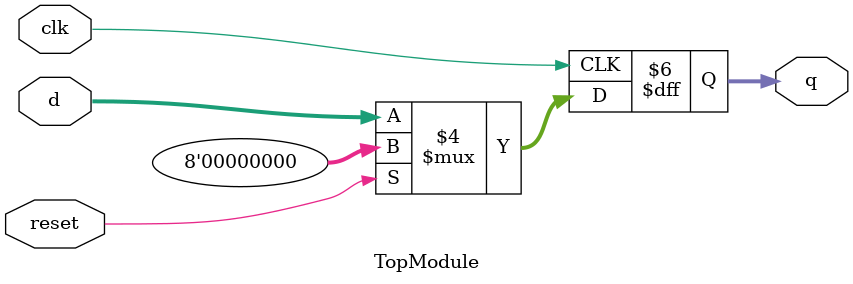
<source format=v>
module TopModule (
    input clk,
    input reset,
    input [7:0] d,
    output reg [7:0] q
);

    // Initialize output to zero for simulation
    initial begin : blk_1
        q = 8'b0;
    end

    // 8-wire D flip-flop with synchronous reset
    always @(posedge clk) begin : blk_2
        if (reset)
            q <= 8'b0;
        else
            q <= d;
    end

endmodule

</source>
